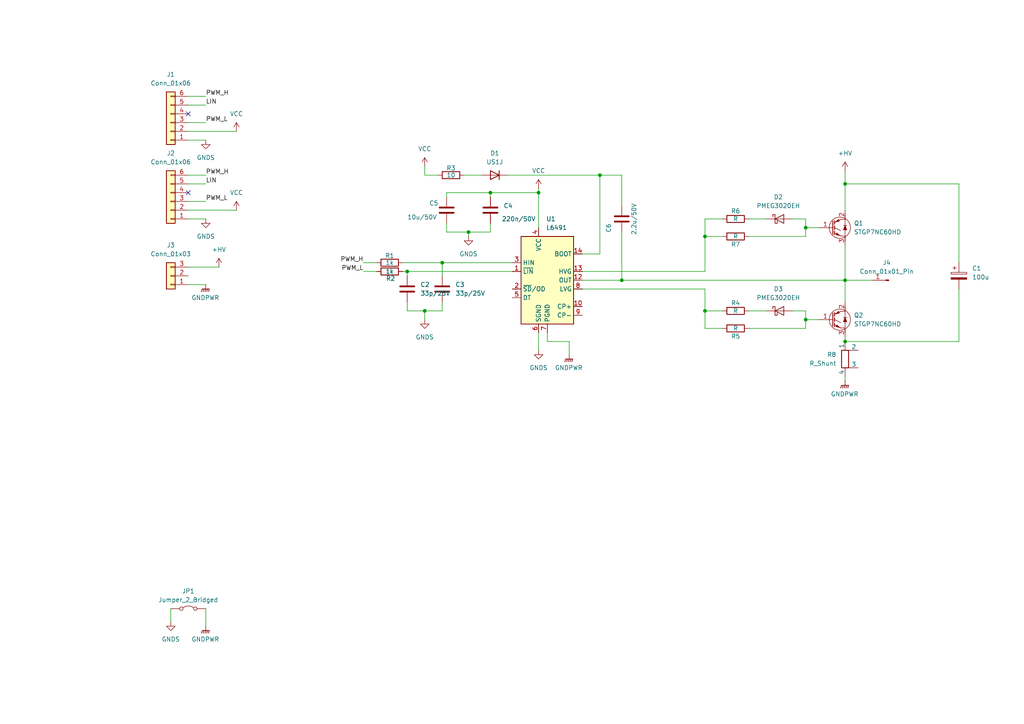
<source format=kicad_sch>
(kicad_sch (version 20231120) (generator "eeschema") (generator_version "8.0")
  (paper "A4")
  (lib_symbols
    (symbol "Connector:Conn_01x01_Pin" (pin_names (offset 1.016) hide)
      (property "Reference" "J" (at 0 2.54 0))
      (property "Value" "Conn_01x01_Pin" (at 0 -2.54 0))
      (symbol "Conn_01x01_Pin_1_1"
        (polyline (pts (xy 1.27 0) (xy 0.8636 0)) (stroke (width 0.1524)))
        (rectangle (start 0.8636 0.127) (end 0 -0.127) (stroke (width 0.1524)) (fill (type outline)))
        (pin passive line (at 5.08 0 180) (length 3.81) (name "Pin_1") (number "1"))
      )
    )
    (symbol "Connector_Generic:Conn_01x03" (pin_names (offset 1.016) hide)
      (property "Reference" "J" (at 0 5.08 0))
      (property "Value" "Conn_01x03" (at 0 -5.08 0))
      (symbol "Conn_01x03_1_1"
        (rectangle (start -1.27 -2.413) (end 0 -2.667) (stroke (width 0.1524)))
        (rectangle (start -1.27 0.127) (end 0 -0.127) (stroke (width 0.1524)))
        (rectangle (start -1.27 2.667) (end 0 2.413) (stroke (width 0.1524)))
        (rectangle (start -1.27 3.81) (end 1.27 -3.81) (stroke (width 0.254)) (fill (type background)))
        (pin passive line (at -5.08 2.54 0) (length 3.81) (name "Pin_1") (number "1"))
        (pin passive line (at -5.08 0 0) (length 3.81) (name "Pin_2") (number "2"))
        (pin passive line (at -5.08 -2.54 0) (length 3.81) (name "Pin_3") (number "3"))
      )
    )
    (symbol "Connector_Generic:Conn_01x06" (pin_names (offset 1.016) hide)
      (property "Reference" "J" (at 0 7.62 0))
      (property "Value" "Conn_01x06" (at 0 -10.16 0))
      (symbol "Conn_01x06_1_1"
        (rectangle (start -1.27 -7.493) (end 0 -7.747) (stroke (width 0.1524)))
        (rectangle (start -1.27 -4.953) (end 0 -5.207) (stroke (width 0.1524)))
        (rectangle (start -1.27 -2.413) (end 0 -2.667) (stroke (width 0.1524)))
        (rectangle (start -1.27 0.127) (end 0 -0.127) (stroke (width 0.1524)))
        (rectangle (start -1.27 2.667) (end 0 2.413) (stroke (width 0.1524)))
        (rectangle (start -1.27 5.207) (end 0 4.953) (stroke (width 0.1524)))
        (rectangle (start -1.27 6.35) (end 1.27 -8.89) (stroke (width 0.254)) (fill (type background)))
        (pin passive line (at -5.08 5.08 0) (length 3.81) (name "Pin_1") (number "1"))
        (pin passive line (at -5.08 2.54 0) (length 3.81) (name "Pin_2") (number "2"))
        (pin passive line (at -5.08 0 0) (length 3.81) (name "Pin_3") (number "3"))
        (pin passive line (at -5.08 -2.54 0) (length 3.81) (name "Pin_4") (number "4"))
        (pin passive line (at -5.08 -5.08 0) (length 3.81) (name "Pin_5") (number "5"))
        (pin passive line (at -5.08 -7.62 0) (length 3.81) (name "Pin_6") (number "6"))
      )
    )
    (symbol "Device:C" (pin_numbers hide) (pin_names (offset 0.254))
      (property "Reference" "C" (at 0.635 2.54 0))
      (property "Value" "C" (at 0.635 -2.54 0))
      (symbol "C_0_1"
        (polyline (pts (xy -2.032 -0.762) (xy 2.032 -0.762)) (stroke (width 0.508)))
        (polyline (pts (xy -2.032 0.762) (xy 2.032 0.762)) (stroke (width 0.508)))
      )
      (symbol "C_1_1"
        (pin passive line (at 0 3.81 270) (length 2.794) (name "~") (number "1"))
        (pin passive line (at 0 -3.81 90) (length 2.794) (name "~") (number "2"))
      )
    )
    (symbol "Device:C_Polarized" (pin_numbers hide) (pin_names (offset 0.254))
      (property "Reference" "C" (at 0.635 2.54 0))
      (property "Value" "C_Polarized" (at 0.635 -2.54 0))
      (symbol "C_Polarized_0_1"
        (rectangle (start -2.286 0.508) (end 2.286 1.016))
        (polyline (pts (xy -1.778 2.286) (xy -0.762 2.286)))
        (polyline (pts (xy -1.27 2.794) (xy -1.27 1.778)))
        (rectangle (start 2.286 -0.508) (end -2.286 -1.016) (fill (type outline)))
      )
      (symbol "C_Polarized_1_1"
        (pin passive line (at 0 3.81 270) (length 2.794) (name "~") (number "1"))
        (pin passive line (at 0 -3.81 90) (length 2.794) (name "~") (number "2"))
      )
    )
    (symbol "Device:R" (pin_numbers hide) (pin_names (offset 0))
      (property "Reference" "R" (at 2.032 0 90))
      (property "Value" "R" (at 0 0 90))
      (symbol "R_0_1"
        (rectangle (start -1.016 -2.54) (end 1.016 2.54) (stroke (width 0.254)))
      )
      (symbol "R_1_1"
        (pin passive line (at 0 3.81 270) (length 1.27) (name "~") (number "1"))
        (pin passive line (at 0 -3.81 90) (length 1.27) (name "~") (number "2"))
      )
    )
    (symbol "Device:R_Shunt" (pin_numbers hide) (pin_names (offset 0))
      (property "Reference" "R" (at -4.445 0 90))
      (property "Value" "R_Shunt" (at -2.54 0 90))
      (symbol "R_Shunt_0_1"
        (rectangle (start -1.016 -2.54) (end 1.016 2.54) (stroke (width 0.254)))
        (polyline (pts (xy 0 -2.54) (xy 1.27 -2.54)))
        (polyline (pts (xy 1.27 2.54) (xy 0 2.54)))
      )
      (symbol "R_Shunt_1_1"
        (pin passive line (at 0 5.08 270) (length 2.54) (name "1") (number "1"))
        (pin passive line (at 3.81 2.54 180) (length 2.54) (name "2") (number "2"))
        (pin passive line (at 3.81 -2.54 180) (length 2.54) (name "3") (number "3"))
        (pin passive line (at 0 -5.08 90) (length 2.54) (name "4") (number "4"))
      )
    )
    (symbol "Diode:PMEG3020EH" (pin_numbers hide) (pin_names hide)
      (property "Reference" "D" (at 0 2.54 0))
      (property "Value" "PMEG3020EH" (at 0 -2.54 0))
      (symbol "PMEG3020EH_0_1"
        (polyline (pts (xy 1.27 0) (xy -1.27 0)))
        (polyline (pts (xy 1.27 1.27) (xy 1.27 -1.27) (xy -1.27 0) (xy 1.27 1.27)) (stroke (width 0.2032)))
        (polyline (pts (xy -1.905 0.635) (xy -1.905 1.27) (xy -1.27 1.27) (xy -1.27 -1.27) (xy -0.635 -1.27) (xy -0.635 -0.635)) (stroke (width 0.2032)))
      )
      (symbol "PMEG3020EH_1_1"
        (pin passive line (at -3.81 0 0) (length 2.54) (name "K") (number "1"))
        (pin passive line (at 3.81 0 180) (length 2.54) (name "A") (number "2"))
      )
    )
    (symbol "Diode:US1J" (pin_numbers hide) (pin_names hide)
      (property "Reference" "D" (at 0 2.54 0))
      (property "Value" "US1J" (at 0 -2.54 0))
      (symbol "US1J_0_1"
        (polyline (pts (xy -1.27 1.27) (xy -1.27 -1.27)) (stroke (width 0.254)))
        (polyline (pts (xy 1.27 0) (xy -1.27 0)))
        (polyline (pts (xy 1.27 1.27) (xy 1.27 -1.27) (xy -1.27 0) (xy 1.27 1.27)) (stroke (width 0.254)))
      )
      (symbol "US1J_1_1"
        (pin passive line (at -3.81 0 0) (length 2.54) (name "K") (number "1"))
        (pin passive line (at 3.81 0 180) (length 2.54) (name "A") (number "2"))
      )
    )
    (symbol "Driver_FET:L6491"
      (property "Reference" "U" (at -7.62 15.24 0))
      (property "Value" "L6491" (at 7.62 15.24 0))
      (symbol "L6491_0_1"
        (rectangle (start -7.62 -12.7) (end 7.62 12.7) (stroke (width 0.254)) (fill (type background)))
      )
      (symbol "L6491_1_1"
        (pin input line (at -10.16 2.54 0) (length 2.54) (name "~{LIN}") (number "1"))
        (pin input line (at 10.16 -7.62 180) (length 2.54) (name "CP+") (number "10"))
        (pin no_connect line (at 7.62 -5.08 180) (length 2.54) hide (name "NC") (number "11"))
        (pin input line (at 10.16 0 180) (length 2.54) (name "OUT") (number "12"))
        (pin output line (at 10.16 2.54 180) (length 2.54) (name "HVG") (number "13"))
        (pin passive line (at 10.16 7.62 180) (length 2.54) (name "BOOT") (number "14"))
        (pin input line (at -10.16 -2.54 0) (length 2.54) (name "~{SD}/OD") (number "2"))
        (pin input line (at -10.16 5.08 0) (length 2.54) (name "HIN") (number "3"))
        (pin power_in line (at -2.54 15.24 270) (length 2.54) (name "VCC") (number "4"))
        (pin input line (at -10.16 -5.08 0) (length 2.54) (name "DT") (number "5"))
        (pin power_in line (at -2.54 -15.24 90) (length 2.54) (name "SGND") (number "6"))
        (pin power_in line (at 0 -15.24 90) (length 2.54) (name "PGND") (number "7"))
        (pin output line (at 10.16 -2.54 180) (length 2.54) (name "LVG") (number "8"))
        (pin input line (at 10.16 -10.16 180) (length 2.54) (name "CP-") (number "9"))
      )
    )
    (symbol "Jumper:Jumper_2_Bridged" (pin_numbers hide) (pin_names (offset 0) hide) (exclude_from_sim yes)
      (property "Reference" "JP" (at 0 1.905 0))
      (property "Value" "Jumper_2_Bridged" (at 0 -2.54 0))
      (symbol "Jumper_2_Bridged_0_0"
        (circle (center -2.032 0) (radius 0.508))
        (circle (center 2.032 0) (radius 0.508))
      )
      (symbol "Jumper_2_Bridged_0_1"
        (arc (start 1.524 0.254) (mid 0 0.762) (end -1.524 0.254))
      )
      (symbol "Jumper_2_Bridged_1_1"
        (pin passive line (at -5.08 0 0) (length 2.54) (name "A") (number "1"))
        (pin passive line (at 5.08 0 180) (length 2.54) (name "B") (number "2"))
      )
    )
    (symbol "Transistor_IGBT:STGP7NC60HD" (pin_names (offset 0) hide)
      (property "Reference" "Q" (at 6.35 1.905 0))
      (property "Value" "STGP7NC60HD" (at 6.35 0 0))
      (symbol "STGP7NC60HD_0_1"
        (polyline (pts (xy -1.27 0) (xy -1.016 0)))
        (polyline (pts (xy 1.27 -2.413) (xy 2.54 -2.413)))
        (polyline (pts (xy 1.27 2.413) (xy 2.54 2.413)))
        (polyline (pts (xy 2.032 0.635) (xy 3.048 0.635)))
        (polyline (pts (xy 2.54 3.81) (xy 2.54 -3.81)))
        (polyline (pts (xy 2.54 0.635) (xy 2.032 -0.635) (xy 3.048 -0.635) (xy 2.54 0.635)) (fill (type outline)))
        (circle (center 1.016 0) (radius 3.0734))
      )
      (symbol "STGP7NC60HD_1_1"
        (polyline (pts (xy -0.508 -1.016) (xy -0.508 -2.032)) (stroke (width 0.254)))
        (polyline (pts (xy -0.508 0.508) (xy -0.508 -0.508)) (stroke (width 0.254)))
        (polyline (pts (xy -0.508 2.032) (xy -0.508 1.016)) (stroke (width 0.254)))
        (polyline (pts (xy 1.27 -2.413) (xy -0.508 -1.524)))
        (polyline (pts (xy 1.27 -0.889) (xy -0.508 0)))
        (polyline (pts (xy 1.27 2.413) (xy -0.508 1.524)))
        (polyline (pts (xy -1.016 1.905) (xy -1.016 -1.905) (xy -1.016 -1.905)) (stroke (width 0.254)))
        (polyline (pts (xy -0.127 -2.032) (xy 0.127 -1.524) (xy 1.016 -2.286) (xy -0.127 -2.032)) (fill (type outline)))
        (polyline (pts (xy 0.889 1.905) (xy 0.635 2.413) (xy -0.254 1.651) (xy 0.889 1.905)) (fill (type outline)))
        (pin input line (at -5.08 0 0) (length 3.81) (name "G") (number "1"))
        (pin passive line (at 2.54 5.08 270) (length 2.54) (name "C") (number "2"))
        (pin passive line (at 2.54 -5.08 90) (length 2.54) (name "E") (number "3"))
      )
    )
    (symbol "power:+48V" (power) (pin_numbers hide) (pin_names (offset 0) hide)
      (property "Value" "+48V" (at 0 3.556 0))
      (symbol "+48V_0_1"
        (polyline (pts (xy -0.762 1.27) (xy 0 2.54)))
        (polyline (pts (xy 0 0) (xy 0 2.54)))
        (polyline (pts (xy 0 2.54) (xy 0.762 1.27)))
      )
      (symbol "+48V_1_1"
        (pin power_in line (at 0 0 90) (length 0) (name "~") (number "1"))
      )
    )
    (symbol "power:GNDPWR" (power) (pin_numbers hide) (pin_names (offset 0) hide)
      (property "Value" "GNDPWR" (at 0 -3.302 0))
      (symbol "GNDPWR_0_1"
        (polyline (pts (xy 0 -1.27) (xy 0 0)))
        (polyline (pts (xy -1.016 -1.27) (xy -1.27 -2.032) (xy -1.27 -2.032)) (stroke (width 0.2032)))
        (polyline (pts (xy -0.508 -1.27) (xy -0.762 -2.032) (xy -0.762 -2.032)) (stroke (width 0.2032)))
        (polyline (pts (xy 0 -1.27) (xy -0.254 -2.032) (xy -0.254 -2.032)) (stroke (width 0.2032)))
        (polyline (pts (xy 0.508 -1.27) (xy 0.254 -2.032) (xy 0.254 -2.032)) (stroke (width 0.2032)))
        (polyline (pts (xy 1.016 -1.27) (xy -1.016 -1.27) (xy -1.016 -1.27)) (stroke (width 0.2032)))
        (polyline (pts (xy 1.016 -1.27) (xy 0.762 -2.032) (xy 0.762 -2.032) (xy 0.762 -2.032)) (stroke (width 0.2032)))
      )
      (symbol "GNDPWR_1_1"
        (pin power_in line (at 0 0 270) (length 0) (name "~") (number "1"))
      )
    )
    (symbol "power:GNDS" (power) (pin_numbers hide) (pin_names (offset 0) hide)
      (property "Value" "GNDS" (at 0 -3.81 0))
      (symbol "GNDS_0_1"
        (polyline (pts (xy 0 0) (xy 0 -1.27) (xy 1.27 -1.27) (xy 0 -2.54) (xy -1.27 -1.27) (xy 0 -1.27)))
      )
      (symbol "GNDS_1_1"
        (pin power_in line (at 0 0 270) (length 0) (name "~") (number "1"))
      )
    )
    (symbol "power:VCC" (power) (pin_numbers hide) (pin_names (offset 0) hide)
      (property "Value" "VCC" (at 0 3.556 0))
      (symbol "VCC_0_1"
        (polyline (pts (xy -0.762 1.27) (xy 0 2.54)))
        (polyline (pts (xy 0 0) (xy 0 2.54)))
        (polyline (pts (xy 0 2.54) (xy 0.762 1.27)))
      )
      (symbol "VCC_1_1"
        (pin power_in line (at 0 0 90) (length 0) (name "~") (number "1"))
      )
    )
  )
  (junction (at 245.11 53.34))
  (junction (at 123.19 90.17))
  (junction (at 180.34 81.28))
  (junction (at 128.27 76.2))
  (junction (at 204.47 68.58))
  (junction (at 233.68 66.04))
  (junction (at 204.47 90.17))
  (junction (at 118.11 78.74))
  (junction (at 245.11 81.28))
  (junction (at 135.89 67.31))
  (junction (at 173.99 50.8))
  (junction (at 245.11 99.06))
  (junction (at 156.21 55.88))
  (junction (at 233.68 92.71))
  (junction (at 142.24 55.88))
  (no_connect (at 54.61 33.02))
  (no_connect (at 54.61 55.88))
  (wire (pts (xy 233.68 63.5) (xy 233.68 66.04)))
  (wire (pts (xy 135.89 67.31) (xy 135.89 68.58)))
  (wire (pts (xy 204.47 90.17) (xy 204.47 83.82)))
  (wire (pts (xy 147.32 50.8) (xy 173.99 50.8)))
  (wire (pts (xy 54.61 60.96) (xy 68.58 60.96)))
  (wire (pts (xy 217.17 63.5) (xy 222.25 63.5)))
  (wire (pts (xy 165.1 99.06) (xy 165.1 102.87)))
  (wire (pts (xy 158.75 99.06) (xy 165.1 99.06)))
  (wire (pts (xy 54.61 35.56) (xy 59.69 35.56)))
  (wire (pts (xy 168.91 78.74) (xy 204.47 78.74)))
  (wire (pts (xy 278.13 76.2) (xy 278.13 53.34)))
  (wire (pts (xy 128.27 76.2) (xy 148.59 76.2)))
  (wire (pts (xy 54.61 77.47) (xy 63.5 77.47)))
  (wire (pts (xy 204.47 95.25) (xy 204.47 90.17)))
  (wire (pts (xy 173.99 50.8) (xy 180.34 50.8)))
  (wire (pts (xy 59.69 176.53) (xy 59.69 181.61)))
  (wire (pts (xy 204.47 90.17) (xy 209.55 90.17)))
  (wire (pts (xy 233.68 66.04) (xy 233.68 68.58)))
  (wire (pts (xy 245.11 49.53) (xy 245.11 53.34)))
  (wire (pts (xy 209.55 95.25) (xy 204.47 95.25)))
  (wire (pts (xy 129.54 67.31) (xy 135.89 67.31)))
  (wire (pts (xy 129.54 55.88) (xy 142.24 55.88)))
  (wire (pts (xy 54.61 38.1) (xy 68.58 38.1)))
  (wire (pts (xy 142.24 55.88) (xy 142.24 57.15)))
  (wire (pts (xy 105.41 78.74) (xy 109.22 78.74)))
  (wire (pts (xy 156.21 54.61) (xy 156.21 55.88)))
  (wire (pts (xy 245.11 71.12) (xy 245.11 81.28)))
  (wire (pts (xy 245.11 53.34) (xy 245.11 60.96)))
  (wire (pts (xy 134.62 50.8) (xy 139.7 50.8)))
  (wire (pts (xy 168.91 81.28) (xy 180.34 81.28)))
  (wire (pts (xy 54.61 27.94) (xy 59.69 27.94)))
  (wire (pts (xy 156.21 101.6) (xy 156.21 96.52)))
  (wire (pts (xy 245.11 97.79) (xy 245.11 99.06)))
  (wire (pts (xy 118.11 90.17) (xy 123.19 90.17)))
  (wire (pts (xy 217.17 68.58) (xy 233.68 68.58)))
  (wire (pts (xy 233.68 90.17) (xy 233.68 92.71)))
  (wire (pts (xy 204.47 63.5) (xy 204.47 68.58)))
  (wire (pts (xy 135.89 67.31) (xy 142.24 67.31)))
  (wire (pts (xy 204.47 63.5) (xy 209.55 63.5)))
  (wire (pts (xy 54.61 50.8) (xy 59.69 50.8)))
  (wire (pts (xy 245.11 81.28) (xy 245.11 87.63)))
  (wire (pts (xy 123.19 50.8) (xy 127 50.8)))
  (wire (pts (xy 54.61 82.55) (xy 59.69 82.55)))
  (wire (pts (xy 173.99 50.8) (xy 173.99 73.66)))
  (wire (pts (xy 49.53 176.53) (xy 49.53 180.34)))
  (wire (pts (xy 54.61 53.34) (xy 59.69 53.34)))
  (wire (pts (xy 116.84 78.74) (xy 118.11 78.74)))
  (wire (pts (xy 105.41 76.2) (xy 109.22 76.2)))
  (wire (pts (xy 118.11 78.74) (xy 148.59 78.74)))
  (wire (pts (xy 123.19 48.26) (xy 123.19 50.8)))
  (wire (pts (xy 180.34 50.8) (xy 180.34 59.69)))
  (wire (pts (xy 54.61 40.64) (xy 59.69 40.64)))
  (wire (pts (xy 54.61 30.48) (xy 59.69 30.48)))
  (wire (pts (xy 168.91 83.82) (xy 204.47 83.82)))
  (wire (pts (xy 156.21 55.88) (xy 156.21 66.04)))
  (wire (pts (xy 209.55 68.58) (xy 204.47 68.58)))
  (wire (pts (xy 229.87 90.17) (xy 233.68 90.17)))
  (wire (pts (xy 245.11 109.22) (xy 245.11 110.49)))
  (wire (pts (xy 128.27 76.2) (xy 128.27 80.01)))
  (wire (pts (xy 233.68 95.25) (xy 233.68 92.71)))
  (wire (pts (xy 204.47 78.74) (xy 204.47 68.58)))
  (wire (pts (xy 123.19 90.17) (xy 123.19 92.71)))
  (wire (pts (xy 180.34 81.28) (xy 245.11 81.28)))
  (wire (pts (xy 278.13 83.82) (xy 278.13 99.06)))
  (wire (pts (xy 54.61 63.5) (xy 59.69 63.5)))
  (wire (pts (xy 233.68 92.71) (xy 237.49 92.71)))
  (wire (pts (xy 245.11 99.06) (xy 278.13 99.06)))
  (wire (pts (xy 158.75 96.52) (xy 158.75 99.06)))
  (wire (pts (xy 54.61 58.42) (xy 59.69 58.42)))
  (wire (pts (xy 118.11 78.74) (xy 118.11 80.01)))
  (wire (pts (xy 180.34 67.31) (xy 180.34 81.28)))
  (wire (pts (xy 123.19 90.17) (xy 128.27 90.17)))
  (wire (pts (xy 129.54 55.88) (xy 129.54 57.15)))
  (wire (pts (xy 252.73 81.28) (xy 245.11 81.28)))
  (wire (pts (xy 233.68 66.04) (xy 237.49 66.04)))
  (wire (pts (xy 142.24 67.31) (xy 142.24 64.77)))
  (wire (pts (xy 173.99 73.66) (xy 168.91 73.66)))
  (wire (pts (xy 278.13 53.34) (xy 245.11 53.34)))
  (wire (pts (xy 118.11 87.63) (xy 118.11 90.17)))
  (wire (pts (xy 229.87 63.5) (xy 233.68 63.5)))
  (wire (pts (xy 128.27 87.63) (xy 128.27 90.17)))
  (wire (pts (xy 217.17 90.17) (xy 222.25 90.17)))
  (wire (pts (xy 217.17 95.25) (xy 233.68 95.25)))
  (wire (pts (xy 116.84 76.2) (xy 128.27 76.2)))
  (wire (pts (xy 142.24 55.88) (xy 156.21 55.88)))
  (wire (pts (xy 129.54 64.77) (xy 129.54 67.31)))
  (label "LIN" (at 59.69 30.48 0))
  (label "PWM_L" (at 105.41 78.74 180))
  (label "PWM_H" (at 59.69 50.8 0))
  (label "PWM_H" (at 59.69 27.94 0))
  (label "PWM_H" (at 105.41 76.2 180))
  (label "LIN" (at 59.69 53.34 0))
  (label "PWM_L" (at 59.69 35.56 0))
  (label "PWM_L" (at 59.69 58.42 0))
  (symbol (lib_id "Device:R") (at 213.36 90.17 90) (unit 1)
    (property "Reference" "R4" (at 213.36 87.884 90))
    (property "Value" "R" (at 213.36 90.17 90))
    (property "Description" "Resistor" (effects (hide yes)))
  )
  (symbol (lib_id "power:+48V") (at 245.11 49.53 0) (unit 1)
    (property "Reference" "#PWR018" (effects (hide yes)))
    (property "Value" "+HV" (at 245.11 44.45 0))
    (property "Description" "Power symbol creates a global label with name \"+48V\"" (effects (hide yes)))
  )
  (symbol (lib_id "power:VCC") (at 68.58 60.96 0) (unit 1)
    (property "Reference" "#PWR04" (effects (hide yes)))
    (property "Value" "VCC" (at 68.58 55.88 0))
    (property "Description" "Power symbol creates a global label with name \"VCC\"" (effects (hide yes)))
  )
  (symbol (lib_id "Device:C") (at 128.27 83.82 0) (unit 1)
    (property "Reference" "C3" (at 132.08 82.5499 0) (effects (justify left)))
    (property "Value" "33p/25V" (at 132.08 85.0899 0) (effects (justify left)))
    (property "Description" "Unpolarized capacitor" (effects (hide yes)))
  )
  (symbol (lib_id "Device:R") (at 113.03 78.74 90) (unit 1)
    (property "Reference" "R2" (at 113.284 80.772 90))
    (property "Value" "1k" (at 113.03 78.74 90))
    (property "Description" "Resistor" (effects (hide yes)))
  )
  (symbol (lib_id "Device:C") (at 118.11 83.82 0) (unit 1)
    (property "Reference" "C2" (at 121.92 82.5499 0) (effects (justify left)))
    (property "Value" "33p/25V" (at 121.92 85.0899 0) (effects (justify left)))
    (property "Description" "Unpolarized capacitor" (effects (hide yes)))
  )
  (symbol (lib_id "Device:R") (at 213.36 68.58 90) (unit 1)
    (property "Reference" "R7" (at 213.36 70.866 90))
    (property "Value" "R" (at 213.36 68.58 90))
    (property "Description" "Resistor" (effects (hide yes)))
  )
  (symbol (lib_id "Device:R") (at 113.03 76.2 90) (unit 1)
    (property "Reference" "R1" (at 113.03 74.168 90))
    (property "Value" "1k" (at 113.03 76.2 90))
    (property "Description" "Resistor" (effects (hide yes)))
  )
  (symbol (lib_id "Device:R") (at 130.81 50.8 90) (unit 1)
    (property "Reference" "R3" (at 130.81 48.768 90))
    (property "Value" "10" (at 130.81 50.8 90))
    (property "Description" "Resistor" (effects (hide yes)))
  )
  (symbol (lib_id "power:GNDS") (at 49.53 180.34 0) (unit 1)
    (property "Reference" "#PWR08" (effects (hide yes)))
    (property "Value" "GNDS" (at 49.53 185.42 0))
    (property "Description" "Power symbol creates a global label with name \"GNDS\" , signal ground" (effects (hide yes)))
  )
  (symbol (lib_id "Diode:PMEG3020EH") (at 226.06 90.17 0) (unit 1)
    (property "Reference" "D3" (at 225.7425 83.82 0))
    (property "Value" "PMEG3020EH" (at 225.7425 86.36 0))
    (property "Footprint" "Diode_SMD:D_SOD-123F" (effects (hide yes)))
    (property "Datasheet" "https://assets.nexperia.com/documents/data-sheet/PMEG3020EH_EJ.pdf" (effects (hide yes)))
    (property "Description" "30V, 2A ultra low Vf MEGA Schottky barrier rectifier, SOD-123F" (effects (hide yes)))
  )
  (symbol (lib_id "Connector_Generic:Conn_01x06") (at 49.53 35.56 180) (unit 1)
    (property "Reference" "J1" (at 49.53 21.59 0))
    (property "Value" "Conn_01x06" (at 49.53 24.13 0))
    (property "Footprint" "Connector_PinHeader_1.00mm:PinHeader_1x06_P1.00mm_Vertical" (effects (hide yes)))
    (property "Description" "Generic connector, single row, 01x06, script generated (kicad-library-utils/schlib/autogen/connector/)" (effects (hide yes)))
  )
  (symbol (lib_id "Device:R") (at 213.36 63.5 90) (unit 1)
    (property "Reference" "R6" (at 213.36 61.214 90))
    (property "Value" "R" (at 213.36 63.5 90))
    (property "Description" "Resistor" (effects (hide yes)))
  )
  (symbol (lib_id "power:VCC") (at 123.19 48.26 0) (unit 1)
    (property "Reference" "#PWR015" (effects (hide yes)))
    (property "Value" "VCC" (at 123.19 43.18 0))
    (property "Description" "Power symbol creates a global label with name \"VCC\"" (effects (hide yes)))
  )
  (symbol (lib_id "Connector:Conn_01x01_Pin") (at 257.81 81.28 180) (unit 1)
    (property "Reference" "J4" (at 257.175 76.2 0))
    (property "Value" "Conn_01x01_Pin" (at 257.175 78.74 0))
    (property "Description" "Generic connector, single row, 01x01, script generated" (effects (hide yes)))
  )
  (symbol (lib_id "power:GNDPWR") (at 245.11 110.49 0) (unit 1)
    (property "Reference" "#PWR017" (effects (hide yes)))
    (property "Value" "GNDPWR" (at 244.983 114.3 0))
    (property "Description" "Power symbol creates a global label with name \"GNDPWR\" , global ground" (effects (hide yes)))
  )
  (symbol (lib_id "power:GNDS") (at 123.19 92.71 0) (unit 1)
    (property "Reference" "#PWR014" (effects (hide yes)))
    (property "Value" "GNDS" (at 123.19 97.79 0))
    (property "Description" "Power symbol creates a global label with name \"GNDS\" , signal ground" (effects (hide yes)))
  )
  (symbol (lib_id "Connector_Generic:Conn_01x06") (at 49.53 58.42 180) (unit 1)
    (property "Reference" "J2" (at 49.53 44.45 0))
    (property "Value" "Conn_01x06" (at 49.53 46.99 0))
    (property "Footprint" "TerminalBlock_Phoenix:TerminalBlock_Phoenix_MKDS-1,5-6_1x06_P5.00mm_Horizontal" (effects (hide yes)))
    (property "Description" "Generic connector, single row, 01x06, script generated (kicad-library-utils/schlib/autogen/connector/)" (effects (hide yes)))
  )
  (symbol (lib_id "power:GNDPWR") (at 59.69 82.55 0) (unit 1)
    (property "Reference" "#PWR010" (effects (hide yes)))
    (property "Value" "GNDPWR" (at 59.563 86.36 0))
    (property "Description" "Power symbol creates a global label with name \"GNDPWR\" , global ground" (effects (hide yes)))
  )
  (symbol (lib_id "Jumper:Jumper_2_Bridged") (at 54.61 176.53 0) (unit 1) (exclude_from_sim yes)
    (property "Reference" "JP1" (at 54.61 171.45 0))
    (property "Value" "Jumper_2_Bridged" (at 54.61 173.99 0))
    (property "Footprint" "Connector_PinHeader_1.00mm:PinHeader_1x02_P1.00mm_Vertical" (effects (hide yes)))
    (property "Description" "Jumper, 2-pole, closed/bridged" (effects (hide yes)))
  )
  (symbol (lib_id "Device:C") (at 180.34 63.5 180) (unit 1)
    (property "Reference" "C6" (at 176.53 64.7701 90) (effects (justify left)))
    (property "Value" "2.2u/50V" (at 183.896 58.928 90) (effects (justify left)))
    (property "Description" "Unpolarized capacitor" (effects (hide yes)))
  )
  (symbol (lib_id "Device:C_Polarized") (at 278.13 80.01 0) (unit 1)
    (property "Reference" "C1" (at 281.94 77.8509 0) (effects (justify left)))
    (property "Value" "100u" (at 281.94 80.3909 0) (effects (justify left)))
    (property "Description" "Polarized capacitor" (effects (hide yes)))
  )
  (symbol (lib_id "Device:R") (at 213.36 95.25 90) (unit 1)
    (property "Reference" "R5" (at 213.36 97.536 90))
    (property "Value" "R" (at 213.36 95.25 90))
    (property "Description" "Resistor" (effects (hide yes)))
  )
  (symbol (lib_id "Diode:PMEG3020EH") (at 226.06 63.5 0) (unit 1)
    (property "Reference" "D2" (at 225.7425 57.15 0))
    (property "Value" "PMEG3020EH" (at 225.7425 59.69 0))
    (property "Footprint" "Diode_SMD:D_SOD-123F" (effects (hide yes)))
    (property "Datasheet" "https://assets.nexperia.com/documents/data-sheet/PMEG3020EH_EJ.pdf" (effects (hide yes)))
    (property "Description" "30V, 2A ultra low Vf MEGA Schottky barrier rectifier, SOD-123F" (effects (hide yes)))
  )
  (symbol (lib_id "power:GNDS") (at 135.89 68.58 0) (unit 1)
    (property "Reference" "#PWR016" (effects (hide yes)))
    (property "Value" "GNDS" (at 135.89 73.66 0))
    (property "Description" "Power symbol creates a global label with name \"GNDS\" , signal ground" (effects (hide yes)))
  )
  (symbol (lib_id "power:GNDS") (at 59.69 63.5 0) (unit 1)
    (property "Reference" "#PWR03" (effects (hide yes)))
    (property "Value" "GNDS" (at 59.69 68.58 0))
    (property "Description" "Power symbol creates a global label with name \"GNDS\" , signal ground" (effects (hide yes)))
  )
  (symbol (lib_id "power:GNDPWR") (at 59.69 181.61 0) (unit 1)
    (property "Reference" "#PWR09" (effects (hide yes)))
    (property "Value" "GNDPWR" (at 59.563 185.42 0))
    (property "Description" "Power symbol creates a global label with name \"GNDPWR\" , global ground" (effects (hide yes)))
  )
  (symbol (lib_id "Device:R_Shunt") (at 245.11 104.14 0) (unit 1)
    (property "Reference" "R8" (at 242.57 102.8699 0) (effects (justify right)))
    (property "Value" "R_Shunt" (at 242.57 105.4099 0) (effects (justify right)))
    (property "Description" "Shunt resistor" (effects (hide yes)))
  )
  (symbol (lib_id "power:GNDS") (at 156.21 101.6 0) (unit 1)
    (property "Reference" "#PWR06" (effects (hide yes)))
    (property "Value" "GNDS" (at 156.21 106.68 0))
    (property "Description" "Power symbol creates a global label with name \"GNDS\" , signal ground" (effects (hide yes)))
  )
  (symbol (lib_id "Connector_Generic:Conn_01x03") (at 49.53 80.01 180) (unit 1)
    (property "Reference" "J3" (at 49.53 71.12 0))
    (property "Value" "Conn_01x03" (at 49.53 73.66 0))
    (property "Description" "Generic connector, single row, 01x03, script generated (kicad-library-utils/schlib/autogen/connector/)" (effects (hide yes)))
  )
  (symbol (lib_id "Device:C") (at 129.54 60.96 0) (unit 1)
    (property "Reference" "C5" (at 124.46 58.928 0) (effects (justify left)))
    (property "Value" "10u/50V" (at 118.11 62.992 0) (effects (justify left)))
    (property "Description" "Unpolarized capacitor" (effects (hide yes)))
  )
  (symbol (lib_id "power:VCC") (at 68.58 38.1 0) (unit 1)
    (property "Reference" "#PWR02" (effects (hide yes)))
    (property "Value" "VCC" (at 68.58 33.02 0))
    (property "Description" "Power symbol creates a global label with name \"VCC\"" (effects (hide yes)))
  )
  (symbol (lib_id "Driver_FET:L6491") (at 158.75 81.28 0) (unit 1)
    (property "Reference" "U1" (at 158.4041 63.5 0) (effects (justify left)))
    (property "Value" "L6491" (at 158.4041 66.04 0) (effects (justify left)))
    (property "Footprint" "Package_SO:SO-14_3.9x8.65mm_P1.27mm" (effects (hide yes)))
    (property "Datasheet" "https://www.st.com/resource/en/datasheet/l6491.pdf" (effects (hide yes)))
    (property "Description" "High voltage high and low-side 4 A gate driver, SO-14" (effects (hide yes)))
  )
  (symbol (lib_id "power:+48V") (at 63.5 77.47 0) (unit 1)
    (property "Reference" "#PWR011" (effects (hide yes)))
    (property "Value" "+HV" (at 63.5 72.39 0))
    (property "Description" "Power symbol creates a global label with name \"+48V\"" (effects (hide yes)))
  )
  (symbol (lib_id "power:VCC") (at 156.21 54.61 0) (unit 1)
    (property "Reference" "#PWR05" (effects (hide yes)))
    (property "Value" "VCC" (at 156.21 49.53 0))
    (property "Description" "Power symbol creates a global label with name \"VCC\"" (effects (hide yes)))
  )
  (symbol (lib_id "Diode:US1J") (at 143.51 50.8 180) (unit 1)
    (property "Reference" "D1" (at 143.51 44.45 0))
    (property "Value" "US1J" (at 143.51 46.99 0))
    (property "Footprint" "Diode_SMD:D_SMA" (effects (hide yes)))
    (property "Datasheet" "https://www.diodes.com/assets/Datasheets/ds16008.pdf" (effects (hide yes)))
    (property "Description" "600V, 1A, General Purpose Rectifier Diode, SMA(DO-214AC)" (effects (hide yes)))
    (property "Sim.Device" "D" (effects (hide yes)))
    (property "Sim.Pins" "1=K 2=A" (effects (hide yes)))
  )
  (symbol (lib_id "power:GNDPWR") (at 165.1 102.87 0) (unit 1)
    (property "Reference" "#PWR07" (effects (hide yes)))
    (property "Value" "GNDPWR" (at 164.973 106.68 0))
    (property "Description" "Power symbol creates a global label with name \"GNDPWR\" , global ground" (effects (hide yes)))
  )
  (symbol (lib_id "Transistor_IGBT:STGP7NC60HD") (at 242.57 92.71 0) (unit 1)
    (property "Reference" "Q2" (at 247.65 91.4399 0) (effects (justify left)))
    (property "Value" "STGP7NC60HD" (at 247.65 93.9799 0) (effects (justify left)))
    (property "Footprint" "Package_TO_SOT_THT:TO-220-3_Vertical" (effects (hide yes)))
    (property "Datasheet" "http://www.farnell.com/datasheets/2309889.pdf" (effects (hide yes)))
    (property "Description" "25A, 600V, N-Channel IGBT, TO-220" (effects (hide yes)))
  )
  (symbol (lib_id "power:GNDS") (at 59.69 40.64 0) (unit 1)
    (property "Reference" "#PWR01" (effects (hide yes)))
    (property "Value" "GNDS" (at 59.69 45.72 0))
    (property "Description" "Power symbol creates a global label with name \"GNDS\" , signal ground" (effects (hide yes)))
  )
  (symbol (lib_id "Device:C") (at 142.24 60.96 0) (unit 1)
    (property "Reference" "C4" (at 146.05 59.6899 0) (effects (justify left)))
    (property "Value" "220n/50V" (at 145.542 63.5 0) (effects (justify left)))
    (property "Description" "Unpolarized capacitor" (effects (hide yes)))
  )
  (symbol (lib_id "Transistor_IGBT:STGP7NC60HD") (at 242.57 66.04 0) (unit 1)
    (property "Reference" "Q1" (at 247.65 64.7699 0) (effects (justify left)))
    (property "Value" "STGP7NC60HD" (at 247.65 67.3099 0) (effects (justify left)))
    (property "Footprint" "Package_TO_SOT_THT:TO-220-3_Vertical" (effects (hide yes)))
    (property "Datasheet" "http://www.farnell.com/datasheets/2309889.pdf" (effects (hide yes)))
    (property "Description" "25A, 600V, N-Channel IGBT, TO-220" (effects (hide yes)))
  )
)
</source>
